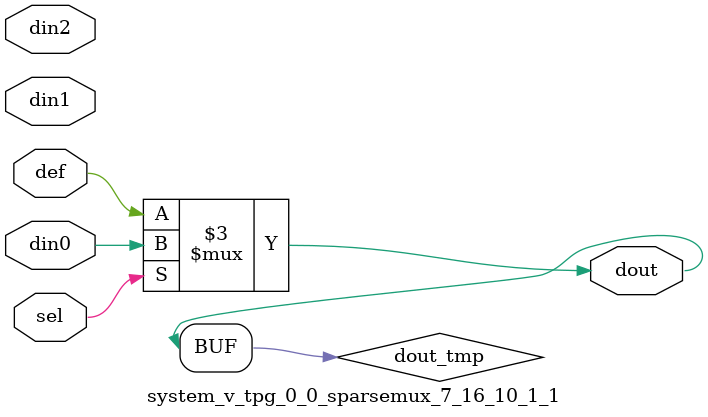
<source format=v>
`timescale 1ns / 1ps

module system_v_tpg_0_0_sparsemux_7_16_10_1_1 (din0,din1,din2,def,sel,dout);

parameter din0_WIDTH = 1;

parameter din1_WIDTH = 1;

parameter din2_WIDTH = 1;

parameter def_WIDTH = 1;
parameter sel_WIDTH = 1;
parameter dout_WIDTH = 1;

parameter [sel_WIDTH-1:0] CASE0 = 1;

parameter [sel_WIDTH-1:0] CASE1 = 1;

parameter [sel_WIDTH-1:0] CASE2 = 1;

parameter ID = 1;
parameter NUM_STAGE = 1;



input [din0_WIDTH-1:0] din0;

input [din1_WIDTH-1:0] din1;

input [din2_WIDTH-1:0] din2;

input [def_WIDTH-1:0] def;
input [sel_WIDTH-1:0] sel;

output [dout_WIDTH-1:0] dout;



reg [dout_WIDTH-1:0] dout_tmp;


always @ (*) begin
(* parallel_case *) case (sel)
    
    CASE0 : dout_tmp = din0;
    
    CASE1 : dout_tmp = din1;
    
    CASE2 : dout_tmp = din2;
    
    default : dout_tmp = def;
endcase
end


assign dout = dout_tmp;



endmodule

</source>
